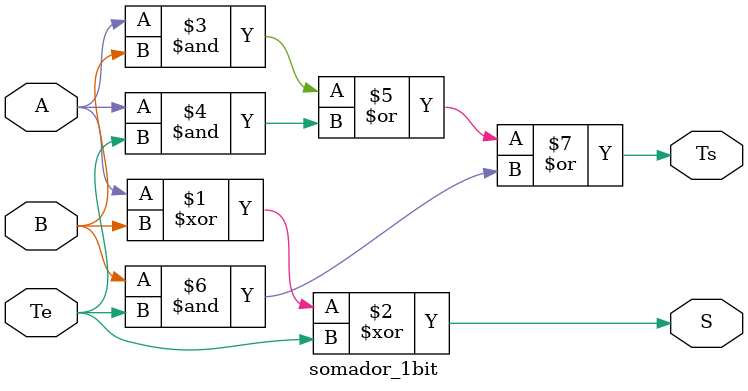
<source format=v>
module somador_1bit(A, B, Te, S, Ts);

	input A, B, Te;
	output S, Ts;
	assign S = A ^ B ^ Te;
	assign Ts = (A & B) | (A & Te) | (B & Te);
	
endmodule
</source>
